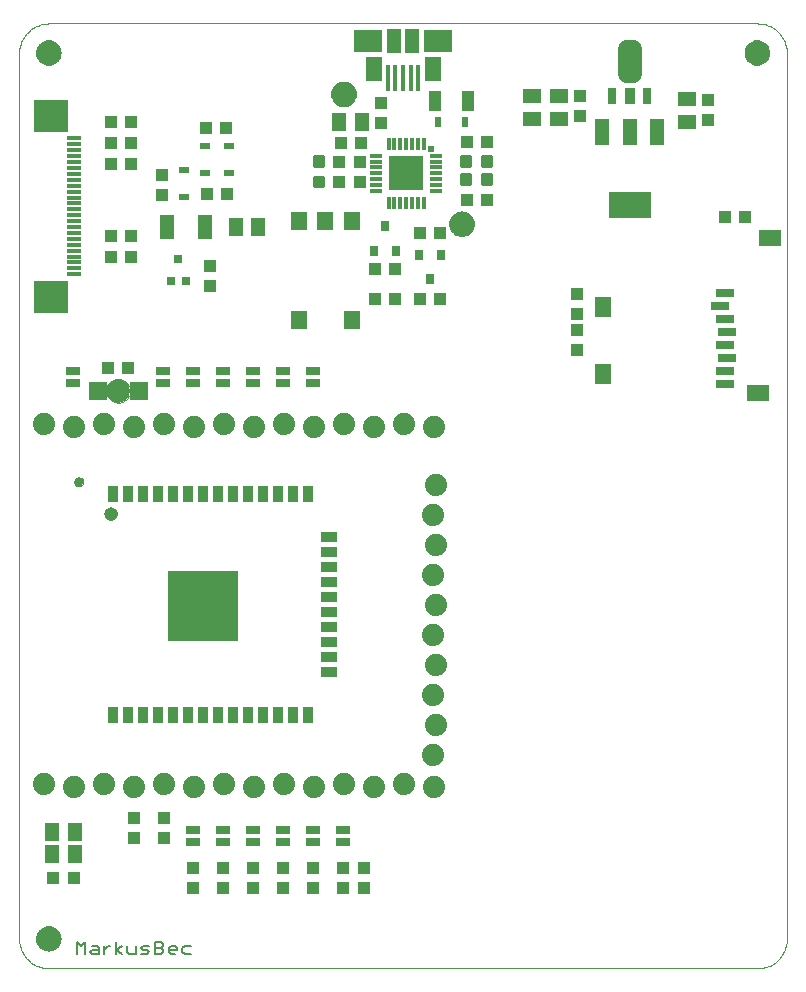
<source format=gts>
G75*
%MOIN*%
%OFA0B0*%
%FSLAX24Y24*%
%IPPOS*%
%LPD*%
%AMOC8*
5,1,8,0,0,1.08239X$1,22.5*
%
%ADD10C,0.0000*%
%ADD11C,0.0787*%
%ADD12C,0.0080*%
%ADD13R,0.0157X0.0413*%
%ADD14R,0.0197X0.0197*%
%ADD15R,0.1181X0.1181*%
%ADD16R,0.0413X0.0157*%
%ADD17R,0.0453X0.0827*%
%ADD18R,0.0177X0.0906*%
%ADD19R,0.0935X0.0748*%
%ADD20R,0.0581X0.0827*%
%ADD21R,0.0591X0.0512*%
%ADD22R,0.0394X0.0709*%
%ADD23R,0.0248X0.0327*%
%ADD24R,0.0315X0.0354*%
%ADD25R,0.0394X0.0433*%
%ADD26R,0.0433X0.0394*%
%ADD27R,0.0276X0.0276*%
%ADD28R,0.0327X0.0248*%
%ADD29R,0.0512X0.0591*%
%ADD30R,0.1181X0.1063*%
%ADD31R,0.0472X0.0118*%
%ADD32R,0.0472X0.0787*%
%ADD33R,0.0315X0.0551*%
%ADD34C,0.0600*%
%ADD35R,0.0320X0.0550*%
%ADD36R,0.0480X0.0880*%
%ADD37R,0.1417X0.0866*%
%ADD38C,0.0413*%
%ADD39C,0.0295*%
%ADD40R,0.0500X0.0250*%
%ADD41R,0.0551X0.0630*%
%ADD42R,0.0591X0.0591*%
%ADD43R,0.0551X0.0709*%
%ADD44R,0.0748X0.0551*%
%ADD45R,0.0591X0.0315*%
%ADD46C,0.0118*%
%ADD47C,0.0050*%
%ADD48R,0.0354X0.0551*%
%ADD49R,0.0551X0.0354*%
%ADD50R,0.2362X0.2362*%
%ADD51C,0.0740*%
D10*
X000960Y001444D02*
X000960Y030972D01*
X000962Y031034D01*
X000968Y031095D01*
X000977Y031156D01*
X000991Y031217D01*
X001008Y031276D01*
X001029Y031334D01*
X001054Y031391D01*
X001082Y031446D01*
X001113Y031499D01*
X001148Y031550D01*
X001186Y031599D01*
X001227Y031646D01*
X001270Y031689D01*
X001317Y031730D01*
X001366Y031768D01*
X001417Y031803D01*
X001470Y031834D01*
X001525Y031862D01*
X001582Y031887D01*
X001640Y031908D01*
X001699Y031925D01*
X001760Y031939D01*
X001821Y031948D01*
X001882Y031954D01*
X001944Y031956D01*
X025567Y031956D01*
X025629Y031954D01*
X025690Y031948D01*
X025751Y031939D01*
X025812Y031925D01*
X025871Y031908D01*
X025929Y031887D01*
X025986Y031862D01*
X026041Y031834D01*
X026094Y031803D01*
X026145Y031768D01*
X026194Y031730D01*
X026241Y031689D01*
X026284Y031646D01*
X026325Y031599D01*
X026363Y031550D01*
X026398Y031499D01*
X026429Y031446D01*
X026457Y031391D01*
X026482Y031334D01*
X026503Y031276D01*
X026520Y031217D01*
X026534Y031156D01*
X026543Y031095D01*
X026549Y031034D01*
X026551Y030972D01*
X026551Y001444D01*
X026549Y001382D01*
X026543Y001321D01*
X026534Y001260D01*
X026520Y001199D01*
X026503Y001140D01*
X026482Y001082D01*
X026457Y001025D01*
X026429Y000970D01*
X026398Y000917D01*
X026363Y000866D01*
X026325Y000817D01*
X026284Y000770D01*
X026241Y000727D01*
X026194Y000686D01*
X026145Y000648D01*
X026094Y000613D01*
X026041Y000582D01*
X025986Y000554D01*
X025929Y000529D01*
X025871Y000508D01*
X025812Y000491D01*
X025751Y000477D01*
X025690Y000468D01*
X025629Y000462D01*
X025567Y000460D01*
X001944Y000460D01*
X001882Y000462D01*
X001821Y000468D01*
X001760Y000477D01*
X001699Y000491D01*
X001640Y000508D01*
X001582Y000529D01*
X001525Y000554D01*
X001470Y000582D01*
X001417Y000613D01*
X001366Y000648D01*
X001317Y000686D01*
X001270Y000727D01*
X001227Y000770D01*
X001186Y000817D01*
X001148Y000866D01*
X001113Y000917D01*
X001082Y000970D01*
X001054Y001025D01*
X001029Y001082D01*
X001008Y001140D01*
X000991Y001199D01*
X000977Y001260D01*
X000968Y001321D01*
X000962Y001382D01*
X000960Y001444D01*
X003799Y015619D02*
X003801Y015647D01*
X003807Y015675D01*
X003816Y015701D01*
X003829Y015727D01*
X003845Y015750D01*
X003865Y015770D01*
X003887Y015788D01*
X003911Y015803D01*
X003937Y015814D01*
X003964Y015822D01*
X003992Y015826D01*
X004020Y015826D01*
X004048Y015822D01*
X004075Y015814D01*
X004101Y015803D01*
X004125Y015788D01*
X004147Y015770D01*
X004167Y015750D01*
X004183Y015727D01*
X004196Y015701D01*
X004205Y015675D01*
X004211Y015647D01*
X004213Y015619D01*
X004211Y015591D01*
X004205Y015563D01*
X004196Y015537D01*
X004183Y015511D01*
X004167Y015488D01*
X004147Y015468D01*
X004125Y015450D01*
X004101Y015435D01*
X004075Y015424D01*
X004048Y015416D01*
X004020Y015412D01*
X003992Y015412D01*
X003964Y015416D01*
X003937Y015424D01*
X003911Y015435D01*
X003887Y015450D01*
X003865Y015468D01*
X003845Y015488D01*
X003829Y015511D01*
X003816Y015537D01*
X003807Y015563D01*
X003801Y015591D01*
X003799Y015619D01*
X002800Y016677D02*
X002802Y016701D01*
X002808Y016724D01*
X002817Y016746D01*
X002830Y016766D01*
X002845Y016784D01*
X002864Y016799D01*
X002885Y016811D01*
X002907Y016819D01*
X002930Y016824D01*
X002954Y016825D01*
X002978Y016822D01*
X003000Y016815D01*
X003022Y016805D01*
X003042Y016792D01*
X003059Y016775D01*
X003073Y016756D01*
X003084Y016735D01*
X003092Y016712D01*
X003096Y016689D01*
X003096Y016665D01*
X003092Y016642D01*
X003084Y016619D01*
X003073Y016598D01*
X003059Y016579D01*
X003042Y016562D01*
X003022Y016549D01*
X003000Y016539D01*
X002978Y016532D01*
X002954Y016529D01*
X002930Y016530D01*
X002907Y016535D01*
X002885Y016543D01*
X002864Y016555D01*
X002845Y016570D01*
X002830Y016588D01*
X002817Y016608D01*
X002808Y016630D01*
X002802Y016653D01*
X002800Y016677D01*
X003873Y019712D02*
X003875Y019751D01*
X003881Y019790D01*
X003891Y019828D01*
X003904Y019865D01*
X003921Y019900D01*
X003941Y019934D01*
X003965Y019965D01*
X003992Y019994D01*
X004021Y020020D01*
X004053Y020043D01*
X004087Y020063D01*
X004123Y020079D01*
X004160Y020091D01*
X004199Y020100D01*
X004238Y020105D01*
X004277Y020106D01*
X004316Y020103D01*
X004355Y020096D01*
X004392Y020085D01*
X004429Y020071D01*
X004464Y020053D01*
X004497Y020032D01*
X004528Y020007D01*
X004556Y019980D01*
X004581Y019950D01*
X004603Y019917D01*
X004622Y019883D01*
X004637Y019847D01*
X004649Y019809D01*
X004657Y019771D01*
X004661Y019732D01*
X004661Y019692D01*
X004657Y019653D01*
X004649Y019615D01*
X004637Y019577D01*
X004622Y019541D01*
X004603Y019507D01*
X004581Y019474D01*
X004556Y019444D01*
X004528Y019417D01*
X004497Y019392D01*
X004464Y019371D01*
X004429Y019353D01*
X004392Y019339D01*
X004355Y019328D01*
X004316Y019321D01*
X004277Y019318D01*
X004238Y019319D01*
X004199Y019324D01*
X004160Y019333D01*
X004123Y019345D01*
X004087Y019361D01*
X004053Y019381D01*
X004021Y019404D01*
X003992Y019430D01*
X003965Y019459D01*
X003941Y019490D01*
X003921Y019524D01*
X003904Y019559D01*
X003891Y019596D01*
X003881Y019634D01*
X003875Y019673D01*
X003873Y019712D01*
D11*
X004267Y019712D03*
D12*
X004175Y001353D02*
X004175Y000933D01*
X004175Y001073D02*
X004385Y001213D01*
X004558Y001213D02*
X004558Y001003D01*
X004628Y000933D01*
X004839Y000933D01*
X004839Y001213D01*
X005019Y001143D02*
X005089Y001213D01*
X005299Y001213D01*
X005229Y001073D02*
X005089Y001073D01*
X005019Y001143D01*
X005019Y000933D02*
X005229Y000933D01*
X005299Y001003D01*
X005229Y001073D01*
X005479Y001143D02*
X005689Y001143D01*
X005759Y001073D01*
X005759Y001003D01*
X005689Y000933D01*
X005479Y000933D01*
X005479Y001353D01*
X005689Y001353D01*
X005759Y001283D01*
X005759Y001213D01*
X005689Y001143D01*
X005940Y001143D02*
X006010Y001213D01*
X006150Y001213D01*
X006220Y001143D01*
X006220Y001073D01*
X005940Y001073D01*
X005940Y001003D02*
X005940Y001143D01*
X005940Y001003D02*
X006010Y000933D01*
X006150Y000933D01*
X006400Y001003D02*
X006470Y000933D01*
X006680Y000933D01*
X006680Y001213D02*
X006470Y001213D01*
X006400Y001143D01*
X006400Y001003D01*
X004385Y000933D02*
X004175Y001073D01*
X004001Y001213D02*
X003931Y001213D01*
X003791Y001073D01*
X003791Y000933D02*
X003791Y001213D01*
X003611Y001143D02*
X003611Y000933D01*
X003401Y000933D01*
X003331Y001003D01*
X003401Y001073D01*
X003611Y001073D01*
X003611Y001143D02*
X003541Y001213D01*
X003401Y001213D01*
X003151Y001353D02*
X003151Y000933D01*
X002870Y000933D02*
X002870Y001353D01*
X003010Y001213D01*
X003151Y001353D01*
D13*
X013270Y025966D03*
X013467Y025966D03*
X013663Y025966D03*
X013860Y025966D03*
X014057Y025966D03*
X014254Y025966D03*
X014451Y025966D03*
X014451Y027954D03*
X014254Y027954D03*
X014057Y027954D03*
X013860Y027954D03*
X013663Y027954D03*
X013467Y027954D03*
X013270Y027954D03*
D14*
X014688Y027788D03*
D15*
X013860Y026960D03*
D16*
X012866Y026960D03*
X012866Y027157D03*
X012866Y027354D03*
X012866Y027551D03*
X012866Y026763D03*
X012866Y026566D03*
X012866Y026369D03*
X014854Y026369D03*
X014854Y026566D03*
X014854Y026763D03*
X014854Y026960D03*
X014854Y027157D03*
X014854Y027354D03*
X014854Y027551D03*
D17*
X014061Y031360D03*
X013450Y031360D03*
D18*
X013500Y030140D03*
X013756Y030140D03*
X014011Y030140D03*
X014267Y030140D03*
X013244Y030140D03*
D19*
X012594Y031360D03*
X014917Y031360D03*
D20*
X014740Y030454D03*
X012771Y030454D03*
D21*
X018060Y029534D03*
X018060Y028786D03*
X018960Y028786D03*
X018960Y029534D03*
X023210Y029434D03*
X023210Y028686D03*
D22*
X015911Y029360D03*
X014809Y029360D03*
D23*
X014907Y028660D03*
X015813Y028660D03*
D24*
X013160Y025193D03*
X012786Y024366D03*
X013534Y024366D03*
X014286Y024254D03*
X015034Y024254D03*
X014660Y023427D03*
D25*
X014326Y022760D03*
X014995Y022760D03*
X013495Y022760D03*
X012826Y022760D03*
X012826Y023760D03*
X013495Y023760D03*
X014326Y024960D03*
X014995Y024960D03*
X015876Y026060D03*
X016545Y026060D03*
X016545Y028010D03*
X015876Y028010D03*
X013010Y028625D03*
X013010Y029295D03*
X019660Y029545D03*
X019660Y028875D03*
X023910Y028725D03*
X023910Y029395D03*
X019560Y022945D03*
X019560Y022275D03*
X005710Y026225D03*
X005710Y026895D03*
X004595Y020478D03*
X003926Y020478D03*
X004784Y005466D03*
X004784Y004797D03*
X005784Y004797D03*
X005784Y005466D03*
X012460Y003795D03*
X012460Y003125D03*
D26*
X011760Y003125D03*
X011760Y003795D03*
X010760Y003795D03*
X010760Y003125D03*
X009760Y003125D03*
X009760Y003795D03*
X008760Y003795D03*
X008760Y003125D03*
X007760Y003125D03*
X007760Y003795D03*
X006760Y003795D03*
X006760Y003125D03*
X002772Y003471D03*
X002103Y003471D03*
X007321Y023204D03*
X007321Y023873D03*
X007226Y026260D03*
X007895Y026260D03*
X007845Y028460D03*
X007176Y028460D03*
X004695Y028660D03*
X004026Y028660D03*
X004026Y027960D03*
X004695Y027960D03*
X004695Y027260D03*
X004026Y027260D03*
X004026Y024860D03*
X004695Y024860D03*
X004695Y024160D03*
X004026Y024160D03*
X011610Y026675D03*
X011610Y027345D03*
X011676Y027960D03*
X012345Y027960D03*
X012310Y027345D03*
X012310Y026675D03*
X019560Y021745D03*
X019560Y021075D03*
X024476Y025510D03*
X025145Y025510D03*
D27*
X006516Y023364D03*
X006004Y023364D03*
X006260Y024092D03*
D28*
X006460Y026157D03*
X006460Y027063D03*
X007160Y026957D03*
X007960Y026957D03*
X007960Y027863D03*
X007160Y027863D03*
D29*
X008186Y025160D03*
X008934Y025160D03*
X011636Y028660D03*
X012384Y028660D03*
X002811Y005021D03*
X002063Y005021D03*
X002063Y004271D03*
X002811Y004271D03*
D30*
X002017Y022836D03*
X002017Y028884D03*
D31*
X002796Y028124D03*
X002796Y027927D03*
X002796Y027730D03*
X002796Y027533D03*
X002796Y027336D03*
X002796Y027140D03*
X002796Y026943D03*
X002796Y026746D03*
X002796Y026549D03*
X002796Y026352D03*
X002796Y026155D03*
X002796Y025958D03*
X002796Y025762D03*
X002796Y025565D03*
X002796Y025368D03*
X002796Y025171D03*
X002796Y024974D03*
X002796Y024777D03*
X002796Y024580D03*
X002796Y024384D03*
X002796Y024187D03*
X002796Y023990D03*
X002796Y023793D03*
X002796Y023596D03*
D32*
X005880Y025160D03*
X007140Y025160D03*
D33*
X020720Y029530D03*
X021900Y029530D03*
D34*
X021410Y030262D02*
X021210Y030262D01*
X021210Y031098D01*
X021410Y031098D01*
X021410Y030262D01*
X021410Y030861D02*
X021210Y030861D01*
D35*
X021310Y029530D03*
D36*
X021310Y028330D03*
X020400Y028330D03*
X022220Y028330D03*
D37*
X021310Y025890D03*
D38*
X004006Y015619D03*
D39*
X002948Y016677D03*
D40*
X002760Y019960D03*
X002760Y020360D03*
X005760Y020360D03*
X005760Y019960D03*
X006760Y019960D03*
X006760Y020360D03*
X007760Y020360D03*
X007760Y019960D03*
X008760Y019960D03*
X008760Y020360D03*
X009760Y020360D03*
X009760Y019960D03*
X010760Y019960D03*
X010760Y020360D03*
X010760Y005060D03*
X010760Y004660D03*
X009760Y004660D03*
X009760Y005060D03*
X008760Y005060D03*
X008760Y004660D03*
X007760Y004660D03*
X007760Y005060D03*
X006760Y005060D03*
X006760Y004660D03*
X011760Y004660D03*
X011760Y005060D03*
D41*
X012046Y022056D03*
X010274Y022056D03*
X010274Y025364D03*
X011160Y025364D03*
X012046Y025364D03*
D42*
X004951Y019705D03*
X003573Y019705D03*
D43*
X020418Y020267D03*
X020418Y022511D03*
D44*
X025595Y019637D03*
X025989Y024814D03*
D45*
X024473Y022980D03*
X024315Y022547D03*
X024473Y022114D03*
X024552Y021680D03*
X024473Y021247D03*
X024552Y020814D03*
X024473Y020381D03*
X024473Y019948D03*
D46*
X016694Y026622D02*
X016694Y026898D01*
X016694Y026622D02*
X016418Y026622D01*
X016418Y026898D01*
X016694Y026898D01*
X016694Y026739D02*
X016418Y026739D01*
X016418Y026856D02*
X016694Y026856D01*
X016694Y027222D02*
X016694Y027498D01*
X016694Y027222D02*
X016418Y027222D01*
X016418Y027498D01*
X016694Y027498D01*
X016694Y027339D02*
X016418Y027339D01*
X016418Y027456D02*
X016694Y027456D01*
X016003Y027498D02*
X016003Y027222D01*
X015727Y027222D01*
X015727Y027498D01*
X016003Y027498D01*
X016003Y027339D02*
X015727Y027339D01*
X015727Y027456D02*
X016003Y027456D01*
X016003Y026898D02*
X016003Y026622D01*
X015727Y026622D01*
X015727Y026898D01*
X016003Y026898D01*
X016003Y026739D02*
X015727Y026739D01*
X015727Y026856D02*
X016003Y026856D01*
X011098Y026803D02*
X010822Y026803D01*
X011098Y026803D02*
X011098Y026527D01*
X010822Y026527D01*
X010822Y026803D01*
X010822Y026644D02*
X011098Y026644D01*
X011098Y026761D02*
X010822Y026761D01*
X010822Y027493D02*
X011098Y027493D01*
X011098Y027217D01*
X010822Y027217D01*
X010822Y027493D01*
X010822Y027334D02*
X011098Y027334D01*
X011098Y027451D02*
X010822Y027451D01*
D47*
X011652Y029224D02*
X011719Y029206D01*
X011787Y029200D01*
X011855Y029206D01*
X011922Y029224D01*
X011984Y029253D01*
X012040Y029292D01*
X012089Y029341D01*
X012128Y029397D01*
X012157Y029459D01*
X012175Y029525D01*
X012181Y029594D01*
X012175Y029662D01*
X012157Y029729D01*
X012128Y029791D01*
X012089Y029847D01*
X012040Y029895D01*
X011984Y029935D01*
X011922Y029964D01*
X011855Y029982D01*
X011787Y029988D01*
X011719Y029982D01*
X011652Y029964D01*
X011590Y029935D01*
X011534Y029895D01*
X011485Y029847D01*
X011446Y029791D01*
X011417Y029729D01*
X011399Y029662D01*
X011393Y029594D01*
X011399Y029525D01*
X011417Y029459D01*
X011446Y029397D01*
X011485Y029341D01*
X011534Y029292D01*
X011590Y029253D01*
X011652Y029224D01*
X011664Y029221D02*
X011910Y029221D01*
X012007Y029269D02*
X011567Y029269D01*
X011509Y029318D02*
X012065Y029318D01*
X012106Y029366D02*
X011468Y029366D01*
X011438Y029415D02*
X012136Y029415D01*
X012158Y029463D02*
X011416Y029463D01*
X011403Y029512D02*
X012171Y029512D01*
X012178Y029560D02*
X011396Y029560D01*
X011395Y029609D02*
X012179Y029609D01*
X012175Y029657D02*
X011399Y029657D01*
X011411Y029706D02*
X012163Y029706D01*
X012145Y029754D02*
X011429Y029754D01*
X011454Y029803D02*
X012120Y029803D01*
X012084Y029851D02*
X011490Y029851D01*
X011540Y029900D02*
X012034Y029900D01*
X011955Y029948D02*
X011619Y029948D01*
X015471Y025565D02*
X015422Y025516D01*
X015383Y025460D01*
X015354Y025398D01*
X015336Y025332D01*
X015330Y025263D01*
X015336Y025195D01*
X016112Y025195D01*
X016118Y025263D01*
X016112Y025332D01*
X016094Y025398D01*
X016065Y025460D01*
X016026Y025516D01*
X015977Y025565D01*
X015921Y025604D01*
X015859Y025633D01*
X015792Y025651D01*
X015724Y025657D01*
X015656Y025651D01*
X015589Y025633D01*
X015527Y025604D01*
X015471Y025565D01*
X015497Y025583D02*
X015951Y025583D01*
X016007Y025535D02*
X015441Y025535D01*
X015401Y025486D02*
X016047Y025486D01*
X016075Y025438D02*
X015373Y025438D01*
X015352Y025389D02*
X016096Y025389D01*
X016109Y025341D02*
X015339Y025341D01*
X015333Y025292D02*
X016115Y025292D01*
X016116Y025244D02*
X015332Y025244D01*
X015336Y025195D02*
X015354Y025128D01*
X015383Y025066D01*
X015422Y025010D01*
X015471Y024962D01*
X015527Y024922D01*
X015589Y024893D01*
X015656Y024875D01*
X015724Y024869D01*
X015792Y024875D01*
X015859Y024893D01*
X015921Y024922D01*
X015977Y024962D01*
X016026Y025010D01*
X016065Y025066D01*
X016094Y025128D01*
X016112Y025195D01*
X016099Y025147D02*
X015349Y025147D01*
X015368Y025098D02*
X016080Y025098D01*
X016053Y025050D02*
X015395Y025050D01*
X015431Y025001D02*
X016017Y025001D01*
X015964Y024953D02*
X015484Y024953D01*
X015566Y024904D02*
X015882Y024904D01*
X015862Y025632D02*
X015586Y025632D01*
X025226Y030775D02*
X025265Y030719D01*
X025313Y030670D01*
X025370Y030631D01*
X025432Y030602D01*
X025498Y030584D01*
X025567Y030578D01*
X025635Y030584D01*
X025701Y030602D01*
X025763Y030631D01*
X025820Y030670D01*
X025868Y030719D01*
X025907Y030775D01*
X025936Y030837D01*
X025954Y030903D01*
X025960Y030972D01*
X025954Y031040D01*
X025936Y031106D01*
X025907Y031169D01*
X025868Y031225D01*
X025820Y031273D01*
X025763Y031313D01*
X025701Y031342D01*
X025635Y031360D01*
X025567Y031366D01*
X025498Y031360D01*
X025432Y031342D01*
X025370Y031313D01*
X025313Y031273D01*
X025265Y031225D01*
X025226Y031169D01*
X025197Y031106D01*
X025179Y031040D01*
X025173Y030972D01*
X025179Y030903D01*
X025197Y030837D01*
X025226Y030775D01*
X025227Y030773D02*
X025906Y030773D01*
X025929Y030821D02*
X025204Y030821D01*
X025188Y030870D02*
X025945Y030870D01*
X025956Y030918D02*
X025178Y030918D01*
X025173Y030967D02*
X025960Y030967D01*
X025956Y031015D02*
X025177Y031015D01*
X025185Y031064D02*
X025948Y031064D01*
X025934Y031112D02*
X025199Y031112D01*
X025222Y031161D02*
X025911Y031161D01*
X025879Y031209D02*
X025254Y031209D01*
X025298Y031258D02*
X025835Y031258D01*
X025773Y031306D02*
X025360Y031306D01*
X025480Y031355D02*
X025653Y031355D01*
X025872Y030724D02*
X025261Y030724D01*
X025308Y030676D02*
X025825Y030676D01*
X025755Y030627D02*
X025378Y030627D01*
X025560Y030579D02*
X025573Y030579D01*
X002338Y030972D02*
X002332Y031040D01*
X002314Y031106D01*
X002285Y031169D01*
X002246Y031225D01*
X002198Y031273D01*
X002141Y031313D01*
X002079Y031342D01*
X002013Y031360D01*
X001944Y031366D01*
X001876Y031360D01*
X001810Y031342D01*
X001748Y031313D01*
X001691Y031273D01*
X001643Y031225D01*
X001604Y031169D01*
X001575Y031106D01*
X001557Y031040D01*
X001551Y030972D01*
X001557Y030903D01*
X001575Y030837D01*
X001604Y030775D01*
X001643Y030719D01*
X001691Y030670D01*
X001748Y030631D01*
X001810Y030602D01*
X001876Y030584D01*
X001944Y030578D01*
X002013Y030584D01*
X002079Y030602D01*
X002141Y030631D01*
X002198Y030670D01*
X002246Y030719D01*
X002285Y030775D01*
X002314Y030837D01*
X002332Y030903D01*
X002338Y030972D01*
X002338Y030967D02*
X001551Y030967D01*
X001555Y031015D02*
X002334Y031015D01*
X002326Y031064D02*
X001563Y031064D01*
X001577Y031112D02*
X002312Y031112D01*
X002289Y031161D02*
X001600Y031161D01*
X001632Y031209D02*
X002257Y031209D01*
X002213Y031258D02*
X001676Y031258D01*
X001738Y031306D02*
X002151Y031306D01*
X002031Y031355D02*
X001858Y031355D01*
X001555Y030918D02*
X002333Y030918D01*
X002323Y030870D02*
X001566Y030870D01*
X001582Y030821D02*
X002307Y030821D01*
X002284Y030773D02*
X001605Y030773D01*
X001639Y030724D02*
X002250Y030724D01*
X002203Y030676D02*
X001686Y030676D01*
X001756Y030627D02*
X002133Y030627D01*
X001951Y030579D02*
X001938Y030579D01*
X001944Y001838D02*
X001876Y001832D01*
X001810Y001814D01*
X001748Y001785D01*
X001691Y001746D01*
X001643Y001697D01*
X001604Y001641D01*
X001575Y001579D01*
X001557Y001513D01*
X001551Y001444D01*
X001557Y001376D01*
X001575Y001310D01*
X001604Y001247D01*
X001643Y001191D01*
X001691Y001143D01*
X001748Y001103D01*
X001810Y001074D01*
X001876Y001057D01*
X001944Y001051D01*
X002013Y001057D01*
X002079Y001074D01*
X002141Y001103D01*
X002198Y001143D01*
X002246Y001191D01*
X002285Y001247D01*
X002314Y001310D01*
X002332Y001376D01*
X002338Y001444D01*
X002332Y001513D01*
X002314Y001579D01*
X002285Y001641D01*
X002246Y001697D01*
X002198Y001746D01*
X002141Y001785D01*
X002079Y001814D01*
X002013Y001832D01*
X001944Y001838D01*
X001824Y001818D02*
X002065Y001818D01*
X002164Y001770D02*
X001725Y001770D01*
X001667Y001721D02*
X002222Y001721D01*
X002263Y001673D02*
X001626Y001673D01*
X001596Y001624D02*
X002293Y001624D01*
X002315Y001576D02*
X001574Y001576D01*
X001561Y001527D02*
X002328Y001527D01*
X002335Y001479D02*
X001554Y001479D01*
X001552Y001430D02*
X002337Y001430D01*
X002333Y001382D02*
X001556Y001382D01*
X001568Y001333D02*
X002321Y001333D01*
X002303Y001285D02*
X001586Y001285D01*
X001612Y001236D02*
X002277Y001236D01*
X002242Y001188D02*
X001647Y001188D01*
X001697Y001139D02*
X002192Y001139D01*
X002114Y001091D02*
X001775Y001091D01*
D48*
X004074Y008917D03*
X004574Y008917D03*
X005074Y008917D03*
X005574Y008917D03*
X006074Y008917D03*
X006574Y008917D03*
X007074Y008917D03*
X007574Y008917D03*
X008074Y008917D03*
X008574Y008917D03*
X009074Y008917D03*
X009574Y008917D03*
X010074Y008917D03*
X010574Y008917D03*
X010574Y016279D03*
X010074Y016279D03*
X009574Y016279D03*
X009074Y016279D03*
X008574Y016279D03*
X008074Y016279D03*
X007574Y016279D03*
X007074Y016279D03*
X006574Y016279D03*
X006074Y016279D03*
X005574Y016279D03*
X005074Y016279D03*
X004574Y016279D03*
X004074Y016279D03*
D49*
X011283Y014846D03*
X011283Y014346D03*
X011283Y013846D03*
X011283Y013346D03*
X011283Y012846D03*
X011283Y012346D03*
X011283Y011846D03*
X011283Y011346D03*
X011283Y010846D03*
X011283Y010346D03*
D50*
X007102Y012547D03*
D51*
X007779Y006612D03*
X008779Y006512D03*
X009779Y006612D03*
X010779Y006512D03*
X011779Y006612D03*
X012779Y006512D03*
X013779Y006612D03*
X014779Y006512D03*
X014769Y007562D03*
X014869Y008562D03*
X014769Y009562D03*
X014869Y010562D03*
X014769Y011562D03*
X014869Y012562D03*
X014769Y013562D03*
X014869Y014562D03*
X014769Y015562D03*
X014869Y016562D03*
X014787Y018520D03*
X013787Y018620D03*
X012787Y018520D03*
X011787Y018620D03*
X010787Y018520D03*
X009787Y018620D03*
X008787Y018520D03*
X007787Y018620D03*
X006787Y018520D03*
X005787Y018620D03*
X004787Y018520D03*
X003787Y018620D03*
X002787Y018520D03*
X001787Y018620D03*
X001779Y006612D03*
X002779Y006512D03*
X003779Y006612D03*
X004779Y006512D03*
X005779Y006612D03*
X006779Y006512D03*
M02*

</source>
